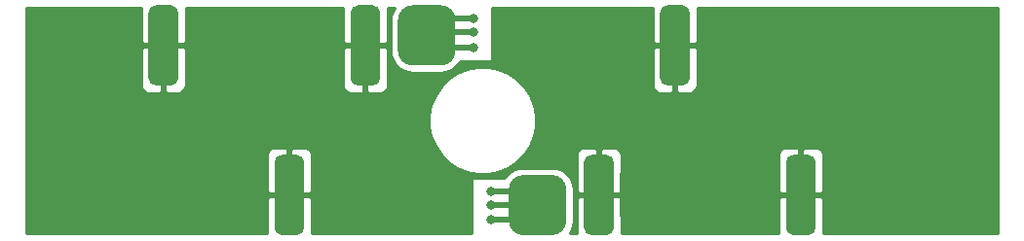
<source format=gtl>
%TF.GenerationSoftware,KiCad,Pcbnew,(5.1.9-0-10_14)*%
%TF.CreationDate,2021-08-19T21:49:59-05:00*%
%TF.ProjectId,OwlSat_Z_Panel,4f776c53-6174-45f5-9a5f-50616e656c2e,rev?*%
%TF.SameCoordinates,Original*%
%TF.FileFunction,Copper,L1,Top*%
%TF.FilePolarity,Positive*%
%FSLAX46Y46*%
G04 Gerber Fmt 4.6, Leading zero omitted, Abs format (unit mm)*
G04 Created by KiCad (PCBNEW (5.1.9-0-10_14)) date 2021-08-19 21:49:59*
%MOMM*%
%LPD*%
G01*
G04 APERTURE LIST*
%TA.AperFunction,ViaPad*%
%ADD10C,0.800000*%
%TD*%
%TA.AperFunction,Conductor*%
%ADD11C,0.500000*%
%TD*%
%TA.AperFunction,Conductor*%
%ADD12C,0.254000*%
%TD*%
%TA.AperFunction,Conductor*%
%ADD13C,0.100000*%
%TD*%
G04 APERTURE END LIST*
%TO.P,U1,4*%
%TO.N,Net-(U1-Pad1)*%
%TA.AperFunction,SMDPad,CuDef*%
G36*
G01*
X123230000Y-72800000D02*
X123230000Y-78500000D01*
G75*
G02*
X122580000Y-79150000I-650000J0D01*
G01*
X121280000Y-79150000D01*
G75*
G02*
X120630000Y-78500000I0J650000D01*
G01*
X120630000Y-72800000D01*
G75*
G02*
X121280000Y-72150000I650000J0D01*
G01*
X122580000Y-72150000D01*
G75*
G02*
X123230000Y-72800000I0J-650000D01*
G01*
G37*
%TD.AperFunction*%
%TO.P,U1,3*%
%TA.AperFunction,SMDPad,CuDef*%
G36*
G01*
X140780000Y-72800000D02*
X140780000Y-78500000D01*
G75*
G02*
X140130000Y-79150000I-650000J0D01*
G01*
X138830000Y-79150000D01*
G75*
G02*
X138180000Y-78500000I0J650000D01*
G01*
X138180000Y-72800000D01*
G75*
G02*
X138830000Y-72150000I650000J0D01*
G01*
X140130000Y-72150000D01*
G75*
G02*
X140780000Y-72800000I0J-650000D01*
G01*
G37*
%TD.AperFunction*%
%TO.P,U1,2*%
%TO.N,Net-(U1-Pad2)*%
%TA.AperFunction,SMDPad,CuDef*%
G36*
G01*
X147310000Y-73395000D02*
X147310000Y-76145000D01*
G75*
G02*
X146060000Y-77395000I-1250000J0D01*
G01*
X143560000Y-77395000D01*
G75*
G02*
X142310000Y-76145000I0J1250000D01*
G01*
X142310000Y-73395000D01*
G75*
G02*
X143560000Y-72145000I1250000J0D01*
G01*
X146060000Y-72145000D01*
G75*
G02*
X147310000Y-73395000I0J-1250000D01*
G01*
G37*
%TD.AperFunction*%
%TO.P,U1,1*%
%TO.N,Net-(U1-Pad1)*%
%TA.AperFunction,SMDPad,CuDef*%
G36*
G01*
X167680000Y-72800000D02*
X167680000Y-78500000D01*
G75*
G02*
X167030000Y-79150000I-650000J0D01*
G01*
X165730000Y-79150000D01*
G75*
G02*
X165080000Y-78500000I0J650000D01*
G01*
X165080000Y-72800000D01*
G75*
G02*
X165730000Y-72150000I650000J0D01*
G01*
X167030000Y-72150000D01*
G75*
G02*
X167680000Y-72800000I0J-650000D01*
G01*
G37*
%TD.AperFunction*%
%TD*%
%TO.P,U2,1*%
%TO.N,Net-(U1-Pad1)*%
%TA.AperFunction,SMDPad,CuDef*%
G36*
G01*
X131570000Y-91530000D02*
X131570000Y-85830000D01*
G75*
G02*
X132220000Y-85180000I650000J0D01*
G01*
X133520000Y-85180000D01*
G75*
G02*
X134170000Y-85830000I0J-650000D01*
G01*
X134170000Y-91530000D01*
G75*
G02*
X133520000Y-92180000I-650000J0D01*
G01*
X132220000Y-92180000D01*
G75*
G02*
X131570000Y-91530000I0J650000D01*
G01*
G37*
%TD.AperFunction*%
%TO.P,U2,2*%
%TO.N,Net-(U1-Pad2)*%
%TA.AperFunction,SMDPad,CuDef*%
G36*
G01*
X151940000Y-90935000D02*
X151940000Y-88185000D01*
G75*
G02*
X153190000Y-86935000I1250000J0D01*
G01*
X155690000Y-86935000D01*
G75*
G02*
X156940000Y-88185000I0J-1250000D01*
G01*
X156940000Y-90935000D01*
G75*
G02*
X155690000Y-92185000I-1250000J0D01*
G01*
X153190000Y-92185000D01*
G75*
G02*
X151940000Y-90935000I0J1250000D01*
G01*
G37*
%TD.AperFunction*%
%TO.P,U2,3*%
%TO.N,Net-(U1-Pad1)*%
%TA.AperFunction,SMDPad,CuDef*%
G36*
G01*
X158470000Y-91530000D02*
X158470000Y-85830000D01*
G75*
G02*
X159120000Y-85180000I650000J0D01*
G01*
X160420000Y-85180000D01*
G75*
G02*
X161070000Y-85830000I0J-650000D01*
G01*
X161070000Y-91530000D01*
G75*
G02*
X160420000Y-92180000I-650000J0D01*
G01*
X159120000Y-92180000D01*
G75*
G02*
X158470000Y-91530000I0J650000D01*
G01*
G37*
%TD.AperFunction*%
%TO.P,U2,4*%
%TA.AperFunction,SMDPad,CuDef*%
G36*
G01*
X176020000Y-91530000D02*
X176020000Y-85830000D01*
G75*
G02*
X176670000Y-85180000I650000J0D01*
G01*
X177970000Y-85180000D01*
G75*
G02*
X178620000Y-85830000I0J-650000D01*
G01*
X178620000Y-91530000D01*
G75*
G02*
X177970000Y-92180000I-650000J0D01*
G01*
X176670000Y-92180000D01*
G75*
G02*
X176020000Y-91530000I0J650000D01*
G01*
G37*
%TD.AperFunction*%
%TD*%
D10*
%TO.N,Net-(U1-Pad1)*%
X189050000Y-80310000D03*
X189070000Y-81560000D03*
%TO.N,Net-(U1-Pad2)*%
X148910000Y-73260000D03*
X148920000Y-74490000D03*
X148920000Y-75820000D03*
X150370000Y-88350000D03*
X150380000Y-89570000D03*
X150380000Y-90830000D03*
%TD*%
D11*
%TO.N,Net-(U1-Pad2)*%
X153230000Y-88350000D02*
X154440000Y-89560000D01*
X150370000Y-88350000D02*
X153230000Y-88350000D01*
X154430000Y-89570000D02*
X154440000Y-89560000D01*
X150380000Y-89570000D02*
X154430000Y-89570000D01*
X153170000Y-90830000D02*
X154440000Y-89560000D01*
X150380000Y-90830000D02*
X153170000Y-90830000D01*
X146320000Y-73260000D02*
X144810000Y-74770000D01*
X148910000Y-73260000D02*
X146320000Y-73260000D01*
X145090000Y-74490000D02*
X144810000Y-74770000D01*
X148920000Y-74490000D02*
X145090000Y-74490000D01*
X145860000Y-75820000D02*
X144810000Y-74770000D01*
X148920000Y-75820000D02*
X145860000Y-75820000D01*
%TD*%
D12*
%TO.N,Net-(U1-Pad1)*%
X119995000Y-75364250D02*
X120153750Y-75523000D01*
X121803000Y-75523000D01*
X121803000Y-75503000D01*
X122057000Y-75503000D01*
X122057000Y-75523000D01*
X123706250Y-75523000D01*
X123865000Y-75364250D01*
X123867893Y-72337000D01*
X137542107Y-72337000D01*
X137545000Y-75364250D01*
X137703750Y-75523000D01*
X139353000Y-75523000D01*
X139353000Y-75503000D01*
X139607000Y-75503000D01*
X139607000Y-75523000D01*
X141256250Y-75523000D01*
X141415000Y-75364250D01*
X141417893Y-72337000D01*
X141997547Y-72337000D01*
X141990126Y-72346043D01*
X141815649Y-72672466D01*
X141708207Y-73026655D01*
X141671928Y-73395000D01*
X141671928Y-76145000D01*
X141708207Y-76513345D01*
X141815649Y-76867534D01*
X141990126Y-77193957D01*
X142224931Y-77480069D01*
X142511043Y-77714874D01*
X142837466Y-77889351D01*
X143191655Y-77996793D01*
X143560000Y-78033072D01*
X146060000Y-78033072D01*
X146428345Y-77996793D01*
X146782534Y-77889351D01*
X147108957Y-77714874D01*
X147395069Y-77480069D01*
X147629874Y-77193957D01*
X147719115Y-77027000D01*
X150320000Y-77027000D01*
X150344776Y-77024560D01*
X150368601Y-77017333D01*
X150390557Y-77005597D01*
X150409803Y-76989803D01*
X150425597Y-76970557D01*
X150437333Y-76948601D01*
X150444560Y-76924776D01*
X150447000Y-76900000D01*
X150447000Y-72337000D01*
X164442107Y-72337000D01*
X164445000Y-75364250D01*
X164603750Y-75523000D01*
X166253000Y-75523000D01*
X166253000Y-75503000D01*
X166507000Y-75503000D01*
X166507000Y-75523000D01*
X168156250Y-75523000D01*
X168315000Y-75364250D01*
X168317893Y-72337000D01*
X194463000Y-72337000D01*
X194463000Y-91993000D01*
X179257893Y-91993000D01*
X179255000Y-88965750D01*
X179096250Y-88807000D01*
X177447000Y-88807000D01*
X177447000Y-88827000D01*
X177193000Y-88827000D01*
X177193000Y-88807000D01*
X175543750Y-88807000D01*
X175385000Y-88965750D01*
X175382107Y-91993000D01*
X161707893Y-91993000D01*
X161705000Y-88965750D01*
X161546250Y-88807000D01*
X159897000Y-88807000D01*
X159897000Y-88827000D01*
X159643000Y-88827000D01*
X159643000Y-88807000D01*
X157993750Y-88807000D01*
X157835000Y-88965750D01*
X157832107Y-91993000D01*
X157252453Y-91993000D01*
X157259874Y-91983957D01*
X157434351Y-91657534D01*
X157541793Y-91303345D01*
X157578072Y-90935000D01*
X157578072Y-88185000D01*
X157541793Y-87816655D01*
X157434351Y-87462466D01*
X157259874Y-87136043D01*
X157025069Y-86849931D01*
X156738957Y-86615126D01*
X156412534Y-86440649D01*
X156058345Y-86333207D01*
X155690000Y-86296928D01*
X153190000Y-86296928D01*
X152821655Y-86333207D01*
X152467466Y-86440649D01*
X152141043Y-86615126D01*
X151854931Y-86849931D01*
X151620126Y-87136043D01*
X151611062Y-87153000D01*
X148840000Y-87153000D01*
X148815224Y-87155440D01*
X148791399Y-87162667D01*
X148769443Y-87174403D01*
X148750197Y-87190197D01*
X148734403Y-87209443D01*
X148722667Y-87231399D01*
X148715440Y-87255224D01*
X148713000Y-87280000D01*
X148713000Y-91993000D01*
X134807893Y-91993000D01*
X134805000Y-88965750D01*
X134646250Y-88807000D01*
X132997000Y-88807000D01*
X132997000Y-88827000D01*
X132743000Y-88827000D01*
X132743000Y-88807000D01*
X131093750Y-88807000D01*
X130935000Y-88965750D01*
X130932107Y-91993000D01*
X109977000Y-91993000D01*
X109977000Y-85180000D01*
X130931928Y-85180000D01*
X130935000Y-88394250D01*
X131093750Y-88553000D01*
X132743000Y-88553000D01*
X132743000Y-84703750D01*
X132997000Y-84703750D01*
X132997000Y-88553000D01*
X134646250Y-88553000D01*
X134805000Y-88394250D01*
X134808072Y-85180000D01*
X134795812Y-85055518D01*
X134759502Y-84935820D01*
X134700537Y-84825506D01*
X134621185Y-84728815D01*
X134524494Y-84649463D01*
X134414180Y-84590498D01*
X134294482Y-84554188D01*
X134170000Y-84541928D01*
X133155750Y-84545000D01*
X132997000Y-84703750D01*
X132743000Y-84703750D01*
X132584250Y-84545000D01*
X131570000Y-84541928D01*
X131445518Y-84554188D01*
X131325820Y-84590498D01*
X131215506Y-84649463D01*
X131118815Y-84728815D01*
X131039463Y-84825506D01*
X130980498Y-84935820D01*
X130944188Y-85055518D01*
X130931928Y-85180000D01*
X109977000Y-85180000D01*
X109977000Y-81741280D01*
X145012535Y-81741280D01*
X145012535Y-82658720D01*
X145191519Y-83558532D01*
X145542608Y-84406137D01*
X146052311Y-85168961D01*
X146701039Y-85817689D01*
X147463863Y-86327392D01*
X148311468Y-86678481D01*
X149211280Y-86857465D01*
X150128720Y-86857465D01*
X151028532Y-86678481D01*
X151876137Y-86327392D01*
X152638961Y-85817689D01*
X153276650Y-85180000D01*
X157831928Y-85180000D01*
X157835000Y-88394250D01*
X157993750Y-88553000D01*
X159643000Y-88553000D01*
X159643000Y-84703750D01*
X159897000Y-84703750D01*
X159897000Y-88553000D01*
X161546250Y-88553000D01*
X161705000Y-88394250D01*
X161708072Y-85180000D01*
X175381928Y-85180000D01*
X175385000Y-88394250D01*
X175543750Y-88553000D01*
X177193000Y-88553000D01*
X177193000Y-84703750D01*
X177447000Y-84703750D01*
X177447000Y-88553000D01*
X179096250Y-88553000D01*
X179255000Y-88394250D01*
X179258072Y-85180000D01*
X179245812Y-85055518D01*
X179209502Y-84935820D01*
X179150537Y-84825506D01*
X179071185Y-84728815D01*
X178974494Y-84649463D01*
X178864180Y-84590498D01*
X178744482Y-84554188D01*
X178620000Y-84541928D01*
X177605750Y-84545000D01*
X177447000Y-84703750D01*
X177193000Y-84703750D01*
X177034250Y-84545000D01*
X176020000Y-84541928D01*
X175895518Y-84554188D01*
X175775820Y-84590498D01*
X175665506Y-84649463D01*
X175568815Y-84728815D01*
X175489463Y-84825506D01*
X175430498Y-84935820D01*
X175394188Y-85055518D01*
X175381928Y-85180000D01*
X161708072Y-85180000D01*
X161695812Y-85055518D01*
X161659502Y-84935820D01*
X161600537Y-84825506D01*
X161521185Y-84728815D01*
X161424494Y-84649463D01*
X161314180Y-84590498D01*
X161194482Y-84554188D01*
X161070000Y-84541928D01*
X160055750Y-84545000D01*
X159897000Y-84703750D01*
X159643000Y-84703750D01*
X159484250Y-84545000D01*
X158470000Y-84541928D01*
X158345518Y-84554188D01*
X158225820Y-84590498D01*
X158115506Y-84649463D01*
X158018815Y-84728815D01*
X157939463Y-84825506D01*
X157880498Y-84935820D01*
X157844188Y-85055518D01*
X157831928Y-85180000D01*
X153276650Y-85180000D01*
X153287689Y-85168961D01*
X153797392Y-84406137D01*
X154148481Y-83558532D01*
X154327465Y-82658720D01*
X154327465Y-81741280D01*
X154148481Y-80841468D01*
X153797392Y-79993863D01*
X153287689Y-79231039D01*
X153206650Y-79150000D01*
X164441928Y-79150000D01*
X164454188Y-79274482D01*
X164490498Y-79394180D01*
X164549463Y-79504494D01*
X164628815Y-79601185D01*
X164725506Y-79680537D01*
X164835820Y-79739502D01*
X164955518Y-79775812D01*
X165080000Y-79788072D01*
X166094250Y-79785000D01*
X166253000Y-79626250D01*
X166253000Y-75777000D01*
X166507000Y-75777000D01*
X166507000Y-79626250D01*
X166665750Y-79785000D01*
X167680000Y-79788072D01*
X167804482Y-79775812D01*
X167924180Y-79739502D01*
X168034494Y-79680537D01*
X168131185Y-79601185D01*
X168210537Y-79504494D01*
X168269502Y-79394180D01*
X168305812Y-79274482D01*
X168318072Y-79150000D01*
X168315000Y-75935750D01*
X168156250Y-75777000D01*
X166507000Y-75777000D01*
X166253000Y-75777000D01*
X164603750Y-75777000D01*
X164445000Y-75935750D01*
X164441928Y-79150000D01*
X153206650Y-79150000D01*
X152638961Y-78582311D01*
X151876137Y-78072608D01*
X151028532Y-77721519D01*
X150128720Y-77542535D01*
X149211280Y-77542535D01*
X148311468Y-77721519D01*
X147463863Y-78072608D01*
X146701039Y-78582311D01*
X146052311Y-79231039D01*
X145542608Y-79993863D01*
X145191519Y-80841468D01*
X145012535Y-81741280D01*
X109977000Y-81741280D01*
X109977000Y-79150000D01*
X119991928Y-79150000D01*
X120004188Y-79274482D01*
X120040498Y-79394180D01*
X120099463Y-79504494D01*
X120178815Y-79601185D01*
X120275506Y-79680537D01*
X120385820Y-79739502D01*
X120505518Y-79775812D01*
X120630000Y-79788072D01*
X121644250Y-79785000D01*
X121803000Y-79626250D01*
X121803000Y-75777000D01*
X122057000Y-75777000D01*
X122057000Y-79626250D01*
X122215750Y-79785000D01*
X123230000Y-79788072D01*
X123354482Y-79775812D01*
X123474180Y-79739502D01*
X123584494Y-79680537D01*
X123681185Y-79601185D01*
X123760537Y-79504494D01*
X123819502Y-79394180D01*
X123855812Y-79274482D01*
X123868072Y-79150000D01*
X137541928Y-79150000D01*
X137554188Y-79274482D01*
X137590498Y-79394180D01*
X137649463Y-79504494D01*
X137728815Y-79601185D01*
X137825506Y-79680537D01*
X137935820Y-79739502D01*
X138055518Y-79775812D01*
X138180000Y-79788072D01*
X139194250Y-79785000D01*
X139353000Y-79626250D01*
X139353000Y-75777000D01*
X139607000Y-75777000D01*
X139607000Y-79626250D01*
X139765750Y-79785000D01*
X140780000Y-79788072D01*
X140904482Y-79775812D01*
X141024180Y-79739502D01*
X141134494Y-79680537D01*
X141231185Y-79601185D01*
X141310537Y-79504494D01*
X141369502Y-79394180D01*
X141405812Y-79274482D01*
X141418072Y-79150000D01*
X141415000Y-75935750D01*
X141256250Y-75777000D01*
X139607000Y-75777000D01*
X139353000Y-75777000D01*
X137703750Y-75777000D01*
X137545000Y-75935750D01*
X137541928Y-79150000D01*
X123868072Y-79150000D01*
X123865000Y-75935750D01*
X123706250Y-75777000D01*
X122057000Y-75777000D01*
X121803000Y-75777000D01*
X120153750Y-75777000D01*
X119995000Y-75935750D01*
X119991928Y-79150000D01*
X109977000Y-79150000D01*
X109977000Y-72337000D01*
X119992107Y-72337000D01*
X119995000Y-75364250D01*
%TA.AperFunction,Conductor*%
D13*
G36*
X119995000Y-75364250D02*
G01*
X120153750Y-75523000D01*
X121803000Y-75523000D01*
X121803000Y-75503000D01*
X122057000Y-75503000D01*
X122057000Y-75523000D01*
X123706250Y-75523000D01*
X123865000Y-75364250D01*
X123867893Y-72337000D01*
X137542107Y-72337000D01*
X137545000Y-75364250D01*
X137703750Y-75523000D01*
X139353000Y-75523000D01*
X139353000Y-75503000D01*
X139607000Y-75503000D01*
X139607000Y-75523000D01*
X141256250Y-75523000D01*
X141415000Y-75364250D01*
X141417893Y-72337000D01*
X141997547Y-72337000D01*
X141990126Y-72346043D01*
X141815649Y-72672466D01*
X141708207Y-73026655D01*
X141671928Y-73395000D01*
X141671928Y-76145000D01*
X141708207Y-76513345D01*
X141815649Y-76867534D01*
X141990126Y-77193957D01*
X142224931Y-77480069D01*
X142511043Y-77714874D01*
X142837466Y-77889351D01*
X143191655Y-77996793D01*
X143560000Y-78033072D01*
X146060000Y-78033072D01*
X146428345Y-77996793D01*
X146782534Y-77889351D01*
X147108957Y-77714874D01*
X147395069Y-77480069D01*
X147629874Y-77193957D01*
X147719115Y-77027000D01*
X150320000Y-77027000D01*
X150344776Y-77024560D01*
X150368601Y-77017333D01*
X150390557Y-77005597D01*
X150409803Y-76989803D01*
X150425597Y-76970557D01*
X150437333Y-76948601D01*
X150444560Y-76924776D01*
X150447000Y-76900000D01*
X150447000Y-72337000D01*
X164442107Y-72337000D01*
X164445000Y-75364250D01*
X164603750Y-75523000D01*
X166253000Y-75523000D01*
X166253000Y-75503000D01*
X166507000Y-75503000D01*
X166507000Y-75523000D01*
X168156250Y-75523000D01*
X168315000Y-75364250D01*
X168317893Y-72337000D01*
X194463000Y-72337000D01*
X194463000Y-91993000D01*
X179257893Y-91993000D01*
X179255000Y-88965750D01*
X179096250Y-88807000D01*
X177447000Y-88807000D01*
X177447000Y-88827000D01*
X177193000Y-88827000D01*
X177193000Y-88807000D01*
X175543750Y-88807000D01*
X175385000Y-88965750D01*
X175382107Y-91993000D01*
X161707893Y-91993000D01*
X161705000Y-88965750D01*
X161546250Y-88807000D01*
X159897000Y-88807000D01*
X159897000Y-88827000D01*
X159643000Y-88827000D01*
X159643000Y-88807000D01*
X157993750Y-88807000D01*
X157835000Y-88965750D01*
X157832107Y-91993000D01*
X157252453Y-91993000D01*
X157259874Y-91983957D01*
X157434351Y-91657534D01*
X157541793Y-91303345D01*
X157578072Y-90935000D01*
X157578072Y-88185000D01*
X157541793Y-87816655D01*
X157434351Y-87462466D01*
X157259874Y-87136043D01*
X157025069Y-86849931D01*
X156738957Y-86615126D01*
X156412534Y-86440649D01*
X156058345Y-86333207D01*
X155690000Y-86296928D01*
X153190000Y-86296928D01*
X152821655Y-86333207D01*
X152467466Y-86440649D01*
X152141043Y-86615126D01*
X151854931Y-86849931D01*
X151620126Y-87136043D01*
X151611062Y-87153000D01*
X148840000Y-87153000D01*
X148815224Y-87155440D01*
X148791399Y-87162667D01*
X148769443Y-87174403D01*
X148750197Y-87190197D01*
X148734403Y-87209443D01*
X148722667Y-87231399D01*
X148715440Y-87255224D01*
X148713000Y-87280000D01*
X148713000Y-91993000D01*
X134807893Y-91993000D01*
X134805000Y-88965750D01*
X134646250Y-88807000D01*
X132997000Y-88807000D01*
X132997000Y-88827000D01*
X132743000Y-88827000D01*
X132743000Y-88807000D01*
X131093750Y-88807000D01*
X130935000Y-88965750D01*
X130932107Y-91993000D01*
X109977000Y-91993000D01*
X109977000Y-85180000D01*
X130931928Y-85180000D01*
X130935000Y-88394250D01*
X131093750Y-88553000D01*
X132743000Y-88553000D01*
X132743000Y-84703750D01*
X132997000Y-84703750D01*
X132997000Y-88553000D01*
X134646250Y-88553000D01*
X134805000Y-88394250D01*
X134808072Y-85180000D01*
X134795812Y-85055518D01*
X134759502Y-84935820D01*
X134700537Y-84825506D01*
X134621185Y-84728815D01*
X134524494Y-84649463D01*
X134414180Y-84590498D01*
X134294482Y-84554188D01*
X134170000Y-84541928D01*
X133155750Y-84545000D01*
X132997000Y-84703750D01*
X132743000Y-84703750D01*
X132584250Y-84545000D01*
X131570000Y-84541928D01*
X131445518Y-84554188D01*
X131325820Y-84590498D01*
X131215506Y-84649463D01*
X131118815Y-84728815D01*
X131039463Y-84825506D01*
X130980498Y-84935820D01*
X130944188Y-85055518D01*
X130931928Y-85180000D01*
X109977000Y-85180000D01*
X109977000Y-81741280D01*
X145012535Y-81741280D01*
X145012535Y-82658720D01*
X145191519Y-83558532D01*
X145542608Y-84406137D01*
X146052311Y-85168961D01*
X146701039Y-85817689D01*
X147463863Y-86327392D01*
X148311468Y-86678481D01*
X149211280Y-86857465D01*
X150128720Y-86857465D01*
X151028532Y-86678481D01*
X151876137Y-86327392D01*
X152638961Y-85817689D01*
X153276650Y-85180000D01*
X157831928Y-85180000D01*
X157835000Y-88394250D01*
X157993750Y-88553000D01*
X159643000Y-88553000D01*
X159643000Y-84703750D01*
X159897000Y-84703750D01*
X159897000Y-88553000D01*
X161546250Y-88553000D01*
X161705000Y-88394250D01*
X161708072Y-85180000D01*
X175381928Y-85180000D01*
X175385000Y-88394250D01*
X175543750Y-88553000D01*
X177193000Y-88553000D01*
X177193000Y-84703750D01*
X177447000Y-84703750D01*
X177447000Y-88553000D01*
X179096250Y-88553000D01*
X179255000Y-88394250D01*
X179258072Y-85180000D01*
X179245812Y-85055518D01*
X179209502Y-84935820D01*
X179150537Y-84825506D01*
X179071185Y-84728815D01*
X178974494Y-84649463D01*
X178864180Y-84590498D01*
X178744482Y-84554188D01*
X178620000Y-84541928D01*
X177605750Y-84545000D01*
X177447000Y-84703750D01*
X177193000Y-84703750D01*
X177034250Y-84545000D01*
X176020000Y-84541928D01*
X175895518Y-84554188D01*
X175775820Y-84590498D01*
X175665506Y-84649463D01*
X175568815Y-84728815D01*
X175489463Y-84825506D01*
X175430498Y-84935820D01*
X175394188Y-85055518D01*
X175381928Y-85180000D01*
X161708072Y-85180000D01*
X161695812Y-85055518D01*
X161659502Y-84935820D01*
X161600537Y-84825506D01*
X161521185Y-84728815D01*
X161424494Y-84649463D01*
X161314180Y-84590498D01*
X161194482Y-84554188D01*
X161070000Y-84541928D01*
X160055750Y-84545000D01*
X159897000Y-84703750D01*
X159643000Y-84703750D01*
X159484250Y-84545000D01*
X158470000Y-84541928D01*
X158345518Y-84554188D01*
X158225820Y-84590498D01*
X158115506Y-84649463D01*
X158018815Y-84728815D01*
X157939463Y-84825506D01*
X157880498Y-84935820D01*
X157844188Y-85055518D01*
X157831928Y-85180000D01*
X153276650Y-85180000D01*
X153287689Y-85168961D01*
X153797392Y-84406137D01*
X154148481Y-83558532D01*
X154327465Y-82658720D01*
X154327465Y-81741280D01*
X154148481Y-80841468D01*
X153797392Y-79993863D01*
X153287689Y-79231039D01*
X153206650Y-79150000D01*
X164441928Y-79150000D01*
X164454188Y-79274482D01*
X164490498Y-79394180D01*
X164549463Y-79504494D01*
X164628815Y-79601185D01*
X164725506Y-79680537D01*
X164835820Y-79739502D01*
X164955518Y-79775812D01*
X165080000Y-79788072D01*
X166094250Y-79785000D01*
X166253000Y-79626250D01*
X166253000Y-75777000D01*
X166507000Y-75777000D01*
X166507000Y-79626250D01*
X166665750Y-79785000D01*
X167680000Y-79788072D01*
X167804482Y-79775812D01*
X167924180Y-79739502D01*
X168034494Y-79680537D01*
X168131185Y-79601185D01*
X168210537Y-79504494D01*
X168269502Y-79394180D01*
X168305812Y-79274482D01*
X168318072Y-79150000D01*
X168315000Y-75935750D01*
X168156250Y-75777000D01*
X166507000Y-75777000D01*
X166253000Y-75777000D01*
X164603750Y-75777000D01*
X164445000Y-75935750D01*
X164441928Y-79150000D01*
X153206650Y-79150000D01*
X152638961Y-78582311D01*
X151876137Y-78072608D01*
X151028532Y-77721519D01*
X150128720Y-77542535D01*
X149211280Y-77542535D01*
X148311468Y-77721519D01*
X147463863Y-78072608D01*
X146701039Y-78582311D01*
X146052311Y-79231039D01*
X145542608Y-79993863D01*
X145191519Y-80841468D01*
X145012535Y-81741280D01*
X109977000Y-81741280D01*
X109977000Y-79150000D01*
X119991928Y-79150000D01*
X120004188Y-79274482D01*
X120040498Y-79394180D01*
X120099463Y-79504494D01*
X120178815Y-79601185D01*
X120275506Y-79680537D01*
X120385820Y-79739502D01*
X120505518Y-79775812D01*
X120630000Y-79788072D01*
X121644250Y-79785000D01*
X121803000Y-79626250D01*
X121803000Y-75777000D01*
X122057000Y-75777000D01*
X122057000Y-79626250D01*
X122215750Y-79785000D01*
X123230000Y-79788072D01*
X123354482Y-79775812D01*
X123474180Y-79739502D01*
X123584494Y-79680537D01*
X123681185Y-79601185D01*
X123760537Y-79504494D01*
X123819502Y-79394180D01*
X123855812Y-79274482D01*
X123868072Y-79150000D01*
X137541928Y-79150000D01*
X137554188Y-79274482D01*
X137590498Y-79394180D01*
X137649463Y-79504494D01*
X137728815Y-79601185D01*
X137825506Y-79680537D01*
X137935820Y-79739502D01*
X138055518Y-79775812D01*
X138180000Y-79788072D01*
X139194250Y-79785000D01*
X139353000Y-79626250D01*
X139353000Y-75777000D01*
X139607000Y-75777000D01*
X139607000Y-79626250D01*
X139765750Y-79785000D01*
X140780000Y-79788072D01*
X140904482Y-79775812D01*
X141024180Y-79739502D01*
X141134494Y-79680537D01*
X141231185Y-79601185D01*
X141310537Y-79504494D01*
X141369502Y-79394180D01*
X141405812Y-79274482D01*
X141418072Y-79150000D01*
X141415000Y-75935750D01*
X141256250Y-75777000D01*
X139607000Y-75777000D01*
X139353000Y-75777000D01*
X137703750Y-75777000D01*
X137545000Y-75935750D01*
X137541928Y-79150000D01*
X123868072Y-79150000D01*
X123865000Y-75935750D01*
X123706250Y-75777000D01*
X122057000Y-75777000D01*
X121803000Y-75777000D01*
X120153750Y-75777000D01*
X119995000Y-75935750D01*
X119991928Y-79150000D01*
X109977000Y-79150000D01*
X109977000Y-72337000D01*
X119992107Y-72337000D01*
X119995000Y-75364250D01*
G37*
%TD.AperFunction*%
%TD*%
M02*

</source>
